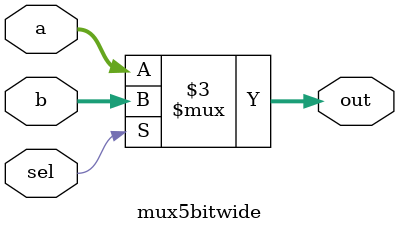
<source format=v>
module mux5bitwide(a,b,sel,out);
	output[4:0] out;
	reg[4:0] out;
	input[4:0] a,b;
	input sel;
	always@(a or b or sel)
	begin
	if(sel)
		out<=b;
	else
		out<=a;
	end
endmodule

</source>
